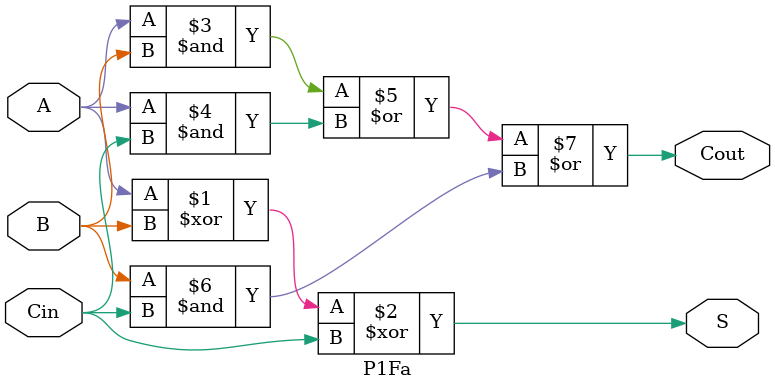
<source format=v>
module P1Fa(A,B,Cin,Cout,S);
input A,B,Cin;
output S,Cout;
assign S=(A^B^Cin);
assign Cout=(A&B)|(A&Cin)|(B&Cin);
endmodule

</source>
